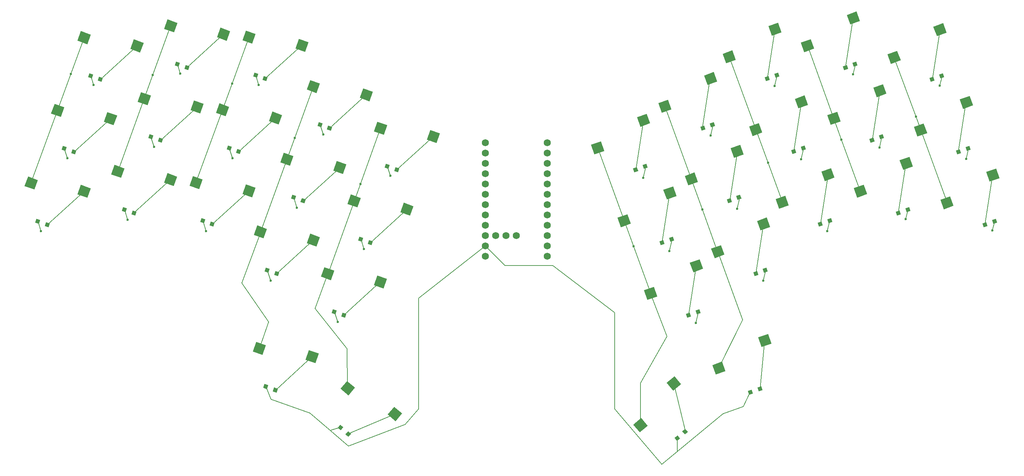
<source format=gbr>
%TF.GenerationSoftware,KiCad,Pcbnew,(5.1.10-1-10_14)*%
%TF.CreationDate,2021-09-30T22:11:02+08:00*%
%TF.ProjectId,k34,6b33342e-6b69-4636-9164-5f7063625858,rev?*%
%TF.SameCoordinates,Original*%
%TF.FileFunction,Copper,L2,Bot*%
%TF.FilePolarity,Positive*%
%FSLAX46Y46*%
G04 Gerber Fmt 4.6, Leading zero omitted, Abs format (unit mm)*
G04 Created by KiCad (PCBNEW (5.1.10-1-10_14)) date 2021-09-30 22:11:02*
%MOMM*%
%LPD*%
G01*
G04 APERTURE LIST*
%TA.AperFunction,SMDPad,CuDef*%
%ADD10C,0.100000*%
%TD*%
%TA.AperFunction,ComponentPad*%
%ADD11C,1.752600*%
%TD*%
%TA.AperFunction,ViaPad*%
%ADD12C,0.600000*%
%TD*%
%TA.AperFunction,Conductor*%
%ADD13C,0.200000*%
%TD*%
G04 APERTURE END LIST*
%TA.AperFunction,SMDPad,CuDef*%
D10*
%TO.P,D1,1*%
%TO.N,/row0*%
G36*
X34184528Y-44871311D02*
G01*
X34526548Y-43931619D01*
X35466240Y-44273639D01*
X35124220Y-45213331D01*
X34184528Y-44871311D01*
G37*
%TD.AperFunction*%
%TA.AperFunction,SMDPad,CuDef*%
%TO.P,D1,2*%
%TO.N,Net-(D1-Pad2)*%
G36*
X36533760Y-45726361D02*
G01*
X36875780Y-44786669D01*
X37815472Y-45128689D01*
X37473452Y-46068381D01*
X36533760Y-45726361D01*
G37*
%TD.AperFunction*%
%TD*%
%TA.AperFunction,SMDPad,CuDef*%
%TO.P,D2,1*%
%TO.N,/row0*%
G36*
X55505873Y-41989868D02*
G01*
X55847893Y-41050176D01*
X56787585Y-41392196D01*
X56445565Y-42331888D01*
X55505873Y-41989868D01*
G37*
%TD.AperFunction*%
%TA.AperFunction,SMDPad,CuDef*%
%TO.P,D2,2*%
%TO.N,Net-(D2-Pad2)*%
G36*
X57855105Y-42844918D02*
G01*
X58197125Y-41905226D01*
X59136817Y-42247246D01*
X58794797Y-43186938D01*
X57855105Y-42844918D01*
G37*
%TD.AperFunction*%
%TD*%
%TA.AperFunction,SMDPad,CuDef*%
%TO.P,D3,1*%
%TO.N,/row0*%
G36*
X74775098Y-44746581D02*
G01*
X75117118Y-43806889D01*
X76056810Y-44148909D01*
X75714790Y-45088601D01*
X74775098Y-44746581D01*
G37*
%TD.AperFunction*%
%TA.AperFunction,SMDPad,CuDef*%
%TO.P,D3,2*%
%TO.N,Net-(D3-Pad2)*%
G36*
X77124330Y-45601631D02*
G01*
X77466350Y-44661939D01*
X78406042Y-45003959D01*
X78064022Y-45943651D01*
X77124330Y-45601631D01*
G37*
%TD.AperFunction*%
%TD*%
%TA.AperFunction,SMDPad,CuDef*%
%TO.P,D4,1*%
%TO.N,/row0*%
G36*
X90624122Y-56900221D02*
G01*
X90966142Y-55960529D01*
X91905834Y-56302549D01*
X91563814Y-57242241D01*
X90624122Y-56900221D01*
G37*
%TD.AperFunction*%
%TA.AperFunction,SMDPad,CuDef*%
%TO.P,D4,2*%
%TO.N,Net-(D4-Pad2)*%
G36*
X92973354Y-57755271D02*
G01*
X93315374Y-56815579D01*
X94255066Y-57157599D01*
X93913046Y-58097291D01*
X92973354Y-57755271D01*
G37*
%TD.AperFunction*%
%TD*%
%TA.AperFunction,SMDPad,CuDef*%
%TO.P,D5,1*%
%TO.N,/row0*%
G36*
X107157186Y-67174475D02*
G01*
X107499206Y-66234783D01*
X108438898Y-66576803D01*
X108096878Y-67516495D01*
X107157186Y-67174475D01*
G37*
%TD.AperFunction*%
%TA.AperFunction,SMDPad,CuDef*%
%TO.P,D5,2*%
%TO.N,Net-(D5-Pad2)*%
G36*
X109506418Y-68029525D02*
G01*
X109848438Y-67089833D01*
X110788130Y-67431853D01*
X110446110Y-68371545D01*
X109506418Y-68029525D01*
G37*
%TD.AperFunction*%
%TD*%
%TA.AperFunction,SMDPad,CuDef*%
%TO.P,D6,1*%
%TO.N,/row0*%
G36*
X171611093Y-66234783D02*
G01*
X171953113Y-67174475D01*
X171013421Y-67516495D01*
X170671401Y-66576803D01*
X171611093Y-66234783D01*
G37*
%TD.AperFunction*%
%TA.AperFunction,SMDPad,CuDef*%
%TO.P,D6,2*%
%TO.N,Net-(D6-Pad2)*%
G36*
X169261861Y-67089833D02*
G01*
X169603881Y-68029525D01*
X168664189Y-68371545D01*
X168322169Y-67431853D01*
X169261861Y-67089833D01*
G37*
%TD.AperFunction*%
%TD*%
%TA.AperFunction,SMDPad,CuDef*%
%TO.P,D7,1*%
%TO.N,/row0*%
G36*
X188144157Y-55960529D02*
G01*
X188486177Y-56900221D01*
X187546485Y-57242241D01*
X187204465Y-56302549D01*
X188144157Y-55960529D01*
G37*
%TD.AperFunction*%
%TA.AperFunction,SMDPad,CuDef*%
%TO.P,D7,2*%
%TO.N,Net-(D7-Pad2)*%
G36*
X185794925Y-56815579D02*
G01*
X186136945Y-57755271D01*
X185197253Y-58097291D01*
X184855233Y-57157599D01*
X185794925Y-56815579D01*
G37*
%TD.AperFunction*%
%TD*%
%TA.AperFunction,SMDPad,CuDef*%
%TO.P,D8,1*%
%TO.N,/row0*%
G36*
X203993180Y-43806889D02*
G01*
X204335200Y-44746581D01*
X203395508Y-45088601D01*
X203053488Y-44148909D01*
X203993180Y-43806889D01*
G37*
%TD.AperFunction*%
%TA.AperFunction,SMDPad,CuDef*%
%TO.P,D8,2*%
%TO.N,Net-(D8-Pad2)*%
G36*
X201643948Y-44661939D02*
G01*
X201985968Y-45601631D01*
X201046276Y-45943651D01*
X200704256Y-45003959D01*
X201643948Y-44661939D01*
G37*
%TD.AperFunction*%
%TD*%
%TA.AperFunction,SMDPad,CuDef*%
%TO.P,D9,1*%
%TO.N,/row0*%
G36*
X223262405Y-41050176D02*
G01*
X223604425Y-41989868D01*
X222664733Y-42331888D01*
X222322713Y-41392196D01*
X223262405Y-41050176D01*
G37*
%TD.AperFunction*%
%TA.AperFunction,SMDPad,CuDef*%
%TO.P,D9,2*%
%TO.N,Net-(D9-Pad2)*%
G36*
X220913173Y-41905226D02*
G01*
X221255193Y-42844918D01*
X220315501Y-43186938D01*
X219973481Y-42247246D01*
X220913173Y-41905226D01*
G37*
%TD.AperFunction*%
%TD*%
%TA.AperFunction,SMDPad,CuDef*%
%TO.P,D10,1*%
%TO.N,/row0*%
G36*
X244583751Y-43931619D02*
G01*
X244925771Y-44871311D01*
X243986079Y-45213331D01*
X243644059Y-44273639D01*
X244583751Y-43931619D01*
G37*
%TD.AperFunction*%
%TA.AperFunction,SMDPad,CuDef*%
%TO.P,D10,2*%
%TO.N,Net-(D10-Pad2)*%
G36*
X242234519Y-44786669D02*
G01*
X242576539Y-45726361D01*
X241636847Y-46068381D01*
X241294827Y-45128689D01*
X242234519Y-44786669D01*
G37*
%TD.AperFunction*%
%TD*%
%TA.AperFunction,SMDPad,CuDef*%
%TO.P,D11,1*%
%TO.N,/row1*%
G36*
X27669044Y-62772455D02*
G01*
X28011064Y-61832763D01*
X28950756Y-62174783D01*
X28608736Y-63114475D01*
X27669044Y-62772455D01*
G37*
%TD.AperFunction*%
%TA.AperFunction,SMDPad,CuDef*%
%TO.P,D11,2*%
%TO.N,Net-(D11-Pad2)*%
G36*
X30018276Y-63627505D02*
G01*
X30360296Y-62687813D01*
X31299988Y-63029833D01*
X30957968Y-63969525D01*
X30018276Y-63627505D01*
G37*
%TD.AperFunction*%
%TD*%
%TA.AperFunction,SMDPad,CuDef*%
%TO.P,D12,1*%
%TO.N,/row1*%
G36*
X48990390Y-59891012D02*
G01*
X49332410Y-58951320D01*
X50272102Y-59293340D01*
X49930082Y-60233032D01*
X48990390Y-59891012D01*
G37*
%TD.AperFunction*%
%TA.AperFunction,SMDPad,CuDef*%
%TO.P,D12,2*%
%TO.N,Net-(D12-Pad2)*%
G36*
X51339622Y-60746062D02*
G01*
X51681642Y-59806370D01*
X52621334Y-60148390D01*
X52279314Y-61088082D01*
X51339622Y-60746062D01*
G37*
%TD.AperFunction*%
%TD*%
%TA.AperFunction,SMDPad,CuDef*%
%TO.P,D13,1*%
%TO.N,/row1*%
G36*
X68259615Y-62647726D02*
G01*
X68601635Y-61708034D01*
X69541327Y-62050054D01*
X69199307Y-62989746D01*
X68259615Y-62647726D01*
G37*
%TD.AperFunction*%
%TA.AperFunction,SMDPad,CuDef*%
%TO.P,D13,2*%
%TO.N,Net-(D13-Pad2)*%
G36*
X70608847Y-63502776D02*
G01*
X70950867Y-62563084D01*
X71890559Y-62905104D01*
X71548539Y-63844796D01*
X70608847Y-63502776D01*
G37*
%TD.AperFunction*%
%TD*%
%TA.AperFunction,SMDPad,CuDef*%
%TO.P,D14,1*%
%TO.N,/row1*%
G36*
X84108638Y-74801365D02*
G01*
X84450658Y-73861673D01*
X85390350Y-74203693D01*
X85048330Y-75143385D01*
X84108638Y-74801365D01*
G37*
%TD.AperFunction*%
%TA.AperFunction,SMDPad,CuDef*%
%TO.P,D14,2*%
%TO.N,Net-(D14-Pad2)*%
G36*
X86457870Y-75656415D02*
G01*
X86799890Y-74716723D01*
X87739582Y-75058743D01*
X87397562Y-75998435D01*
X86457870Y-75656415D01*
G37*
%TD.AperFunction*%
%TD*%
%TA.AperFunction,SMDPad,CuDef*%
%TO.P,D15,1*%
%TO.N,/row1*%
G36*
X100641702Y-85075619D02*
G01*
X100983722Y-84135927D01*
X101923414Y-84477947D01*
X101581394Y-85417639D01*
X100641702Y-85075619D01*
G37*
%TD.AperFunction*%
%TA.AperFunction,SMDPad,CuDef*%
%TO.P,D15,2*%
%TO.N,Net-(D15-Pad2)*%
G36*
X102990934Y-85930669D02*
G01*
X103332954Y-84990977D01*
X104272646Y-85332997D01*
X103930626Y-86272689D01*
X102990934Y-85930669D01*
G37*
%TD.AperFunction*%
%TD*%
%TA.AperFunction,SMDPad,CuDef*%
%TO.P,D16,1*%
%TO.N,/row1*%
G36*
X178126577Y-84135927D02*
G01*
X178468597Y-85075619D01*
X177528905Y-85417639D01*
X177186885Y-84477947D01*
X178126577Y-84135927D01*
G37*
%TD.AperFunction*%
%TA.AperFunction,SMDPad,CuDef*%
%TO.P,D16,2*%
%TO.N,Net-(D16-Pad2)*%
G36*
X175777345Y-84990977D02*
G01*
X176119365Y-85930669D01*
X175179673Y-86272689D01*
X174837653Y-85332997D01*
X175777345Y-84990977D01*
G37*
%TD.AperFunction*%
%TD*%
%TA.AperFunction,SMDPad,CuDef*%
%TO.P,D17,1*%
%TO.N,/row1*%
G36*
X194659641Y-73861673D02*
G01*
X195001661Y-74801365D01*
X194061969Y-75143385D01*
X193719949Y-74203693D01*
X194659641Y-73861673D01*
G37*
%TD.AperFunction*%
%TA.AperFunction,SMDPad,CuDef*%
%TO.P,D17,2*%
%TO.N,Net-(D17-Pad2)*%
G36*
X192310409Y-74716723D02*
G01*
X192652429Y-75656415D01*
X191712737Y-75998435D01*
X191370717Y-75058743D01*
X192310409Y-74716723D01*
G37*
%TD.AperFunction*%
%TD*%
%TA.AperFunction,SMDPad,CuDef*%
%TO.P,D18,2*%
%TO.N,Net-(D18-Pad2)*%
G36*
X208159432Y-62563084D02*
G01*
X208501452Y-63502776D01*
X207561760Y-63844796D01*
X207219740Y-62905104D01*
X208159432Y-62563084D01*
G37*
%TD.AperFunction*%
%TA.AperFunction,SMDPad,CuDef*%
%TO.P,D18,1*%
%TO.N,/row1*%
G36*
X210508664Y-61708034D02*
G01*
X210850684Y-62647726D01*
X209910992Y-62989746D01*
X209568972Y-62050054D01*
X210508664Y-61708034D01*
G37*
%TD.AperFunction*%
%TD*%
%TA.AperFunction,SMDPad,CuDef*%
%TO.P,D19,2*%
%TO.N,Net-(D19-Pad2)*%
G36*
X227428657Y-59806370D02*
G01*
X227770677Y-60746062D01*
X226830985Y-61088082D01*
X226488965Y-60148390D01*
X227428657Y-59806370D01*
G37*
%TD.AperFunction*%
%TA.AperFunction,SMDPad,CuDef*%
%TO.P,D19,1*%
%TO.N,/row1*%
G36*
X229777889Y-58951320D02*
G01*
X230119909Y-59891012D01*
X229180217Y-60233032D01*
X228838197Y-59293340D01*
X229777889Y-58951320D01*
G37*
%TD.AperFunction*%
%TD*%
%TA.AperFunction,SMDPad,CuDef*%
%TO.P,D20,2*%
%TO.N,Net-(D20-Pad2)*%
G36*
X248750003Y-62687813D02*
G01*
X249092023Y-63627505D01*
X248152331Y-63969525D01*
X247810311Y-63029833D01*
X248750003Y-62687813D01*
G37*
%TD.AperFunction*%
%TA.AperFunction,SMDPad,CuDef*%
%TO.P,D20,1*%
%TO.N,/row1*%
G36*
X251099235Y-61832763D02*
G01*
X251441255Y-62772455D01*
X250501563Y-63114475D01*
X250159543Y-62174783D01*
X251099235Y-61832763D01*
G37*
%TD.AperFunction*%
%TD*%
%TA.AperFunction,SMDPad,CuDef*%
%TO.P,D21,2*%
%TO.N,Net-(D21-Pad2)*%
G36*
X23502792Y-81528649D02*
G01*
X23844812Y-80588957D01*
X24784504Y-80930977D01*
X24442484Y-81870669D01*
X23502792Y-81528649D01*
G37*
%TD.AperFunction*%
%TA.AperFunction,SMDPad,CuDef*%
%TO.P,D21,1*%
%TO.N,/row2*%
G36*
X21153560Y-80673599D02*
G01*
X21495580Y-79733907D01*
X22435272Y-80075927D01*
X22093252Y-81015619D01*
X21153560Y-80673599D01*
G37*
%TD.AperFunction*%
%TD*%
%TA.AperFunction,SMDPad,CuDef*%
%TO.P,D22,2*%
%TO.N,Net-(D22-Pad2)*%
G36*
X44824138Y-78647207D02*
G01*
X45166158Y-77707515D01*
X46105850Y-78049535D01*
X45763830Y-78989227D01*
X44824138Y-78647207D01*
G37*
%TD.AperFunction*%
%TA.AperFunction,SMDPad,CuDef*%
%TO.P,D22,1*%
%TO.N,/row2*%
G36*
X42474906Y-77792157D02*
G01*
X42816926Y-76852465D01*
X43756618Y-77194485D01*
X43414598Y-78134177D01*
X42474906Y-77792157D01*
G37*
%TD.AperFunction*%
%TD*%
%TA.AperFunction,SMDPad,CuDef*%
%TO.P,D23,2*%
%TO.N,Net-(D23-Pad2)*%
G36*
X64093363Y-81403920D02*
G01*
X64435383Y-80464228D01*
X65375075Y-80806248D01*
X65033055Y-81745940D01*
X64093363Y-81403920D01*
G37*
%TD.AperFunction*%
%TA.AperFunction,SMDPad,CuDef*%
%TO.P,D23,1*%
%TO.N,/row2*%
G36*
X61744131Y-80548870D02*
G01*
X62086151Y-79609178D01*
X63025843Y-79951198D01*
X62683823Y-80890890D01*
X61744131Y-80548870D01*
G37*
%TD.AperFunction*%
%TD*%
%TA.AperFunction,SMDPad,CuDef*%
%TO.P,D24,2*%
%TO.N,Net-(D24-Pad2)*%
G36*
X79942386Y-93557560D02*
G01*
X80284406Y-92617868D01*
X81224098Y-92959888D01*
X80882078Y-93899580D01*
X79942386Y-93557560D01*
G37*
%TD.AperFunction*%
%TA.AperFunction,SMDPad,CuDef*%
%TO.P,D24,1*%
%TO.N,/row2*%
G36*
X77593154Y-92702510D02*
G01*
X77935174Y-91762818D01*
X78874866Y-92104838D01*
X78532846Y-93044530D01*
X77593154Y-92702510D01*
G37*
%TD.AperFunction*%
%TD*%
%TA.AperFunction,SMDPad,CuDef*%
%TO.P,D25,2*%
%TO.N,Net-(D25-Pad2)*%
G36*
X96475450Y-103831814D02*
G01*
X96817470Y-102892122D01*
X97757162Y-103234142D01*
X97415142Y-104173834D01*
X96475450Y-103831814D01*
G37*
%TD.AperFunction*%
%TA.AperFunction,SMDPad,CuDef*%
%TO.P,D25,1*%
%TO.N,/row2*%
G36*
X94126218Y-102976764D02*
G01*
X94468238Y-102037072D01*
X95407930Y-102379092D01*
X95065910Y-103318784D01*
X94126218Y-102976764D01*
G37*
%TD.AperFunction*%
%TD*%
%TA.AperFunction,SMDPad,CuDef*%
%TO.P,D26,2*%
%TO.N,Net-(D26-Pad2)*%
G36*
X182292829Y-102892122D02*
G01*
X182634849Y-103831814D01*
X181695157Y-104173834D01*
X181353137Y-103234142D01*
X182292829Y-102892122D01*
G37*
%TD.AperFunction*%
%TA.AperFunction,SMDPad,CuDef*%
%TO.P,D26,1*%
%TO.N,/row2*%
G36*
X184642061Y-102037072D02*
G01*
X184984081Y-102976764D01*
X184044389Y-103318784D01*
X183702369Y-102379092D01*
X184642061Y-102037072D01*
G37*
%TD.AperFunction*%
%TD*%
%TA.AperFunction,SMDPad,CuDef*%
%TO.P,D27,2*%
%TO.N,Net-(D27-Pad2)*%
G36*
X198825892Y-92617868D02*
G01*
X199167912Y-93557560D01*
X198228220Y-93899580D01*
X197886200Y-92959888D01*
X198825892Y-92617868D01*
G37*
%TD.AperFunction*%
%TA.AperFunction,SMDPad,CuDef*%
%TO.P,D27,1*%
%TO.N,/row2*%
G36*
X201175124Y-91762818D02*
G01*
X201517144Y-92702510D01*
X200577452Y-93044530D01*
X200235432Y-92104838D01*
X201175124Y-91762818D01*
G37*
%TD.AperFunction*%
%TD*%
%TA.AperFunction,SMDPad,CuDef*%
%TO.P,D28,2*%
%TO.N,Net-(D28-Pad2)*%
G36*
X214674916Y-80464228D02*
G01*
X215016936Y-81403920D01*
X214077244Y-81745940D01*
X213735224Y-80806248D01*
X214674916Y-80464228D01*
G37*
%TD.AperFunction*%
%TA.AperFunction,SMDPad,CuDef*%
%TO.P,D28,1*%
%TO.N,/row2*%
G36*
X217024148Y-79609178D02*
G01*
X217366168Y-80548870D01*
X216426476Y-80890890D01*
X216084456Y-79951198D01*
X217024148Y-79609178D01*
G37*
%TD.AperFunction*%
%TD*%
%TA.AperFunction,SMDPad,CuDef*%
%TO.P,D29,2*%
%TO.N,Net-(D29-Pad2)*%
G36*
X233944141Y-77707515D02*
G01*
X234286161Y-78647207D01*
X233346469Y-78989227D01*
X233004449Y-78049535D01*
X233944141Y-77707515D01*
G37*
%TD.AperFunction*%
%TA.AperFunction,SMDPad,CuDef*%
%TO.P,D29,1*%
%TO.N,/row2*%
G36*
X236293373Y-76852465D02*
G01*
X236635393Y-77792157D01*
X235695701Y-78134177D01*
X235353681Y-77194485D01*
X236293373Y-76852465D01*
G37*
%TD.AperFunction*%
%TD*%
%TA.AperFunction,SMDPad,CuDef*%
%TO.P,D30,2*%
%TO.N,Net-(D30-Pad2)*%
G36*
X255265487Y-80588957D02*
G01*
X255607507Y-81528649D01*
X254667815Y-81870669D01*
X254325795Y-80930977D01*
X255265487Y-80588957D01*
G37*
%TD.AperFunction*%
%TA.AperFunction,SMDPad,CuDef*%
%TO.P,D30,1*%
%TO.N,/row2*%
G36*
X257614719Y-79733907D02*
G01*
X257956739Y-80673599D01*
X257017047Y-81015619D01*
X256675027Y-80075927D01*
X257614719Y-79733907D01*
G37*
%TD.AperFunction*%
%TD*%
%TA.AperFunction,SMDPad,CuDef*%
%TO.P,D31,2*%
%TO.N,Net-(D31-Pad2)*%
G36*
X79641314Y-122233987D02*
G01*
X79983334Y-121294295D01*
X80923026Y-121636315D01*
X80581006Y-122576007D01*
X79641314Y-122233987D01*
G37*
%TD.AperFunction*%
%TA.AperFunction,SMDPad,CuDef*%
%TO.P,D31,1*%
%TO.N,/row3*%
G36*
X77292082Y-121378937D02*
G01*
X77634102Y-120439245D01*
X78573794Y-120781265D01*
X78231774Y-121720957D01*
X77292082Y-121378937D01*
G37*
%TD.AperFunction*%
%TD*%
%TA.AperFunction,SMDPad,CuDef*%
%TO.P,D32,1*%
%TO.N,/row3*%
G36*
X95620028Y-131211143D02*
G01*
X96262816Y-130445099D01*
X97028860Y-131087887D01*
X96386072Y-131853931D01*
X95620028Y-131211143D01*
G37*
%TD.AperFunction*%
%TA.AperFunction,SMDPad,CuDef*%
%TO.P,D32,2*%
%TO.N,Net-(D32-Pad2)*%
G36*
X97535140Y-132818113D02*
G01*
X98177928Y-132052069D01*
X98943972Y-132694857D01*
X98301184Y-133460901D01*
X97535140Y-132818113D01*
G37*
%TD.AperFunction*%
%TD*%
%TA.AperFunction,SMDPad,CuDef*%
%TO.P,D33,2*%
%TO.N,Net-(D33-Pad2)*%
G36*
X181076685Y-132879882D02*
G01*
X180433897Y-132113838D01*
X181199941Y-131471050D01*
X181842729Y-132237094D01*
X181076685Y-132879882D01*
G37*
%TD.AperFunction*%
%TA.AperFunction,SMDPad,CuDef*%
%TO.P,D33,1*%
%TO.N,/row3*%
G36*
X179161573Y-134486852D02*
G01*
X178518785Y-133720808D01*
X179284829Y-133078020D01*
X179927617Y-133844064D01*
X179161573Y-134486852D01*
G37*
%TD.AperFunction*%
%TD*%
%TA.AperFunction,SMDPad,CuDef*%
%TO.P,D34,2*%
%TO.N,Net-(D34-Pad2)*%
G36*
X199249780Y-122260331D02*
G01*
X198907760Y-121320639D01*
X199847452Y-120978619D01*
X200189472Y-121918311D01*
X199249780Y-122260331D01*
G37*
%TD.AperFunction*%
%TA.AperFunction,SMDPad,CuDef*%
%TO.P,D34,1*%
%TO.N,/row3*%
G36*
X196900548Y-123115381D02*
G01*
X196558528Y-122175689D01*
X197498220Y-121833669D01*
X197840240Y-122773361D01*
X196900548Y-123115381D01*
G37*
%TD.AperFunction*%
%TD*%
%TA.AperFunction,SMDPad,CuDef*%
%TO.P,MX1,1*%
%TO.N,/col0*%
G36*
X31585376Y-35928508D02*
G01*
X32440426Y-33579277D01*
X34836642Y-34451428D01*
X33981592Y-36800659D01*
X31585376Y-35928508D01*
G37*
%TD.AperFunction*%
%TA.AperFunction,SMDPad,CuDef*%
%TO.P,MX1,2*%
%TO.N,Net-(D1-Pad2)*%
G36*
X44601514Y-37962983D02*
G01*
X45456564Y-35613752D01*
X47852780Y-36485903D01*
X46997730Y-38835134D01*
X44601514Y-37962983D01*
G37*
%TD.AperFunction*%
%TD*%
%TA.AperFunction,SMDPad,CuDef*%
%TO.P,MX2,1*%
%TO.N,/col1*%
G36*
X52906721Y-33047065D02*
G01*
X53761771Y-30697834D01*
X56157987Y-31569985D01*
X55302937Y-33919216D01*
X52906721Y-33047065D01*
G37*
%TD.AperFunction*%
%TA.AperFunction,SMDPad,CuDef*%
%TO.P,MX2,2*%
%TO.N,Net-(D2-Pad2)*%
G36*
X65922859Y-35081540D02*
G01*
X66777909Y-32732309D01*
X69174125Y-33604460D01*
X68319075Y-35953691D01*
X65922859Y-35081540D01*
G37*
%TD.AperFunction*%
%TD*%
%TA.AperFunction,SMDPad,CuDef*%
%TO.P,MX3,1*%
%TO.N,/col2*%
G36*
X72175946Y-35803778D02*
G01*
X73030996Y-33454547D01*
X75427212Y-34326698D01*
X74572162Y-36675929D01*
X72175946Y-35803778D01*
G37*
%TD.AperFunction*%
%TA.AperFunction,SMDPad,CuDef*%
%TO.P,MX3,2*%
%TO.N,Net-(D3-Pad2)*%
G36*
X85192084Y-37838253D02*
G01*
X86047134Y-35489022D01*
X88443350Y-36361173D01*
X87588300Y-38710404D01*
X85192084Y-37838253D01*
G37*
%TD.AperFunction*%
%TD*%
%TA.AperFunction,SMDPad,CuDef*%
%TO.P,MX4,1*%
%TO.N,/col3*%
G36*
X88024970Y-47957418D02*
G01*
X88880020Y-45608187D01*
X91276236Y-46480338D01*
X90421186Y-48829569D01*
X88024970Y-47957418D01*
G37*
%TD.AperFunction*%
%TA.AperFunction,SMDPad,CuDef*%
%TO.P,MX4,2*%
%TO.N,Net-(D4-Pad2)*%
G36*
X101041108Y-49991893D02*
G01*
X101896158Y-47642662D01*
X104292374Y-48514813D01*
X103437324Y-50864044D01*
X101041108Y-49991893D01*
G37*
%TD.AperFunction*%
%TD*%
%TA.AperFunction,SMDPad,CuDef*%
%TO.P,MX5,1*%
%TO.N,/col4*%
G36*
X104558034Y-58231672D02*
G01*
X105413084Y-55882441D01*
X107809300Y-56754592D01*
X106954250Y-59103823D01*
X104558034Y-58231672D01*
G37*
%TD.AperFunction*%
%TA.AperFunction,SMDPad,CuDef*%
%TO.P,MX5,2*%
%TO.N,Net-(D5-Pad2)*%
G36*
X117574172Y-60266147D02*
G01*
X118429222Y-57916916D01*
X120825438Y-58789067D01*
X119970388Y-61138298D01*
X117574172Y-60266147D01*
G37*
%TD.AperFunction*%
%TD*%
%TA.AperFunction,SMDPad,CuDef*%
%TO.P,MX6,1*%
%TO.N,/col5*%
G36*
X158840605Y-63950248D02*
G01*
X157985555Y-61601017D01*
X160381771Y-60728866D01*
X161236821Y-63078097D01*
X158840605Y-63950248D01*
G37*
%TD.AperFunction*%
%TA.AperFunction,SMDPad,CuDef*%
%TO.P,MX6,2*%
%TO.N,Net-(D6-Pad2)*%
G36*
X170119280Y-57142135D02*
G01*
X169264230Y-54792904D01*
X171660446Y-53920753D01*
X172515496Y-56269984D01*
X170119280Y-57142135D01*
G37*
%TD.AperFunction*%
%TD*%
%TA.AperFunction,SMDPad,CuDef*%
%TO.P,MX7,1*%
%TO.N,/col6*%
G36*
X175373669Y-53675994D02*
G01*
X174518619Y-51326763D01*
X176914835Y-50454612D01*
X177769885Y-52803843D01*
X175373669Y-53675994D01*
G37*
%TD.AperFunction*%
%TA.AperFunction,SMDPad,CuDef*%
%TO.P,MX7,2*%
%TO.N,Net-(D7-Pad2)*%
G36*
X186652344Y-46867881D02*
G01*
X185797294Y-44518650D01*
X188193510Y-43646499D01*
X189048560Y-45995730D01*
X186652344Y-46867881D01*
G37*
%TD.AperFunction*%
%TD*%
%TA.AperFunction,SMDPad,CuDef*%
%TO.P,MX8,1*%
%TO.N,/col7*%
G36*
X191222692Y-41522354D02*
G01*
X190367642Y-39173123D01*
X192763858Y-38300972D01*
X193618908Y-40650203D01*
X191222692Y-41522354D01*
G37*
%TD.AperFunction*%
%TA.AperFunction,SMDPad,CuDef*%
%TO.P,MX8,2*%
%TO.N,Net-(D8-Pad2)*%
G36*
X202501367Y-34714241D02*
G01*
X201646317Y-32365010D01*
X204042533Y-31492859D01*
X204897583Y-33842090D01*
X202501367Y-34714241D01*
G37*
%TD.AperFunction*%
%TD*%
%TA.AperFunction,SMDPad,CuDef*%
%TO.P,MX9,1*%
%TO.N,/col8*%
G36*
X210491917Y-38765641D02*
G01*
X209636867Y-36416410D01*
X212033083Y-35544259D01*
X212888133Y-37893490D01*
X210491917Y-38765641D01*
G37*
%TD.AperFunction*%
%TA.AperFunction,SMDPad,CuDef*%
%TO.P,MX9,2*%
%TO.N,Net-(D9-Pad2)*%
G36*
X221770592Y-31957528D02*
G01*
X220915542Y-29608297D01*
X223311758Y-28736146D01*
X224166808Y-31085377D01*
X221770592Y-31957528D01*
G37*
%TD.AperFunction*%
%TD*%
%TA.AperFunction,SMDPad,CuDef*%
%TO.P,MX10,1*%
%TO.N,/col9*%
G36*
X231813263Y-41647084D02*
G01*
X230958213Y-39297853D01*
X233354429Y-38425702D01*
X234209479Y-40774933D01*
X231813263Y-41647084D01*
G37*
%TD.AperFunction*%
%TA.AperFunction,SMDPad,CuDef*%
%TO.P,MX10,2*%
%TO.N,Net-(D10-Pad2)*%
G36*
X243091938Y-34838971D02*
G01*
X242236888Y-32489740D01*
X244633104Y-31617589D01*
X245488154Y-33966820D01*
X243091938Y-34838971D01*
G37*
%TD.AperFunction*%
%TD*%
%TA.AperFunction,SMDPad,CuDef*%
%TO.P,MX11,1*%
%TO.N,/col0*%
G36*
X25069892Y-53829652D02*
G01*
X25924942Y-51480421D01*
X28321158Y-52352572D01*
X27466108Y-54701803D01*
X25069892Y-53829652D01*
G37*
%TD.AperFunction*%
%TA.AperFunction,SMDPad,CuDef*%
%TO.P,MX11,2*%
%TO.N,Net-(D11-Pad2)*%
G36*
X38086030Y-55864127D02*
G01*
X38941080Y-53514896D01*
X41337296Y-54387047D01*
X40482246Y-56736278D01*
X38086030Y-55864127D01*
G37*
%TD.AperFunction*%
%TD*%
%TA.AperFunction,SMDPad,CuDef*%
%TO.P,MX12,1*%
%TO.N,/col1*%
G36*
X46391238Y-50948209D02*
G01*
X47246288Y-48598978D01*
X49642504Y-49471129D01*
X48787454Y-51820360D01*
X46391238Y-50948209D01*
G37*
%TD.AperFunction*%
%TA.AperFunction,SMDPad,CuDef*%
%TO.P,MX12,2*%
%TO.N,Net-(D12-Pad2)*%
G36*
X59407376Y-52982684D02*
G01*
X60262426Y-50633453D01*
X62658642Y-51505604D01*
X61803592Y-53854835D01*
X59407376Y-52982684D01*
G37*
%TD.AperFunction*%
%TD*%
%TA.AperFunction,SMDPad,CuDef*%
%TO.P,MX13,1*%
%TO.N,/col2*%
G36*
X65660463Y-53704923D02*
G01*
X66515513Y-51355692D01*
X68911729Y-52227843D01*
X68056679Y-54577074D01*
X65660463Y-53704923D01*
G37*
%TD.AperFunction*%
%TA.AperFunction,SMDPad,CuDef*%
%TO.P,MX13,2*%
%TO.N,Net-(D13-Pad2)*%
G36*
X78676601Y-55739398D02*
G01*
X79531651Y-53390167D01*
X81927867Y-54262318D01*
X81072817Y-56611549D01*
X78676601Y-55739398D01*
G37*
%TD.AperFunction*%
%TD*%
%TA.AperFunction,SMDPad,CuDef*%
%TO.P,MX14,1*%
%TO.N,/col3*%
G36*
X81509486Y-65858562D02*
G01*
X82364536Y-63509331D01*
X84760752Y-64381482D01*
X83905702Y-66730713D01*
X81509486Y-65858562D01*
G37*
%TD.AperFunction*%
%TA.AperFunction,SMDPad,CuDef*%
%TO.P,MX14,2*%
%TO.N,Net-(D14-Pad2)*%
G36*
X94525624Y-67893037D02*
G01*
X95380674Y-65543806D01*
X97776890Y-66415957D01*
X96921840Y-68765188D01*
X94525624Y-67893037D01*
G37*
%TD.AperFunction*%
%TD*%
%TA.AperFunction,SMDPad,CuDef*%
%TO.P,MX15,1*%
%TO.N,/col4*%
G36*
X98042550Y-76132816D02*
G01*
X98897600Y-73783585D01*
X101293816Y-74655736D01*
X100438766Y-77004967D01*
X98042550Y-76132816D01*
G37*
%TD.AperFunction*%
%TA.AperFunction,SMDPad,CuDef*%
%TO.P,MX15,2*%
%TO.N,Net-(D15-Pad2)*%
G36*
X111058688Y-78167291D02*
G01*
X111913738Y-75818060D01*
X114309954Y-76690211D01*
X113454904Y-79039442D01*
X111058688Y-78167291D01*
G37*
%TD.AperFunction*%
%TD*%
%TA.AperFunction,SMDPad,CuDef*%
%TO.P,MX16,1*%
%TO.N,/col5*%
G36*
X165356089Y-81851392D02*
G01*
X164501039Y-79502161D01*
X166897255Y-78630010D01*
X167752305Y-80979241D01*
X165356089Y-81851392D01*
G37*
%TD.AperFunction*%
%TA.AperFunction,SMDPad,CuDef*%
%TO.P,MX16,2*%
%TO.N,Net-(D16-Pad2)*%
G36*
X176634764Y-75043279D02*
G01*
X175779714Y-72694048D01*
X178175930Y-71821897D01*
X179030980Y-74171128D01*
X176634764Y-75043279D01*
G37*
%TD.AperFunction*%
%TD*%
%TA.AperFunction,SMDPad,CuDef*%
%TO.P,MX17,1*%
%TO.N,/col6*%
G36*
X181889153Y-71577138D02*
G01*
X181034103Y-69227907D01*
X183430319Y-68355756D01*
X184285369Y-70704987D01*
X181889153Y-71577138D01*
G37*
%TD.AperFunction*%
%TA.AperFunction,SMDPad,CuDef*%
%TO.P,MX17,2*%
%TO.N,Net-(D17-Pad2)*%
G36*
X193167828Y-64769025D02*
G01*
X192312778Y-62419794D01*
X194708994Y-61547643D01*
X195564044Y-63896874D01*
X193167828Y-64769025D01*
G37*
%TD.AperFunction*%
%TD*%
%TA.AperFunction,SMDPad,CuDef*%
%TO.P,MX18,2*%
%TO.N,Net-(D18-Pad2)*%
G36*
X209016851Y-52615386D02*
G01*
X208161801Y-50266155D01*
X210558017Y-49394004D01*
X211413067Y-51743235D01*
X209016851Y-52615386D01*
G37*
%TD.AperFunction*%
%TA.AperFunction,SMDPad,CuDef*%
%TO.P,MX18,1*%
%TO.N,/col7*%
G36*
X197738176Y-59423499D02*
G01*
X196883126Y-57074268D01*
X199279342Y-56202117D01*
X200134392Y-58551348D01*
X197738176Y-59423499D01*
G37*
%TD.AperFunction*%
%TD*%
%TA.AperFunction,SMDPad,CuDef*%
%TO.P,MX19,2*%
%TO.N,Net-(D19-Pad2)*%
G36*
X228286076Y-49858672D02*
G01*
X227431026Y-47509441D01*
X229827242Y-46637290D01*
X230682292Y-48986521D01*
X228286076Y-49858672D01*
G37*
%TD.AperFunction*%
%TA.AperFunction,SMDPad,CuDef*%
%TO.P,MX19,1*%
%TO.N,/col8*%
G36*
X217007401Y-56666785D02*
G01*
X216152351Y-54317554D01*
X218548567Y-53445403D01*
X219403617Y-55794634D01*
X217007401Y-56666785D01*
G37*
%TD.AperFunction*%
%TD*%
%TA.AperFunction,SMDPad,CuDef*%
%TO.P,MX20,2*%
%TO.N,Net-(D20-Pad2)*%
G36*
X249607422Y-52740115D02*
G01*
X248752372Y-50390884D01*
X251148588Y-49518733D01*
X252003638Y-51867964D01*
X249607422Y-52740115D01*
G37*
%TD.AperFunction*%
%TA.AperFunction,SMDPad,CuDef*%
%TO.P,MX20,1*%
%TO.N,/col9*%
G36*
X238328747Y-59548228D02*
G01*
X237473697Y-57198997D01*
X239869913Y-56326846D01*
X240724963Y-58676077D01*
X238328747Y-59548228D01*
G37*
%TD.AperFunction*%
%TD*%
%TA.AperFunction,SMDPad,CuDef*%
%TO.P,MX21,2*%
%TO.N,Net-(D21-Pad2)*%
G36*
X31570546Y-73765271D02*
G01*
X32425596Y-71416040D01*
X34821812Y-72288191D01*
X33966762Y-74637422D01*
X31570546Y-73765271D01*
G37*
%TD.AperFunction*%
%TA.AperFunction,SMDPad,CuDef*%
%TO.P,MX21,1*%
%TO.N,/col0*%
G36*
X18554408Y-71730796D02*
G01*
X19409458Y-69381565D01*
X21805674Y-70253716D01*
X20950624Y-72602947D01*
X18554408Y-71730796D01*
G37*
%TD.AperFunction*%
%TD*%
%TA.AperFunction,SMDPad,CuDef*%
%TO.P,MX22,2*%
%TO.N,Net-(D22-Pad2)*%
G36*
X52891892Y-70883829D02*
G01*
X53746942Y-68534598D01*
X56143158Y-69406749D01*
X55288108Y-71755980D01*
X52891892Y-70883829D01*
G37*
%TD.AperFunction*%
%TA.AperFunction,SMDPad,CuDef*%
%TO.P,MX22,1*%
%TO.N,/col1*%
G36*
X39875754Y-68849354D02*
G01*
X40730804Y-66500123D01*
X43127020Y-67372274D01*
X42271970Y-69721505D01*
X39875754Y-68849354D01*
G37*
%TD.AperFunction*%
%TD*%
%TA.AperFunction,SMDPad,CuDef*%
%TO.P,MX23,2*%
%TO.N,Net-(D23-Pad2)*%
G36*
X72161117Y-73640542D02*
G01*
X73016167Y-71291311D01*
X75412383Y-72163462D01*
X74557333Y-74512693D01*
X72161117Y-73640542D01*
G37*
%TD.AperFunction*%
%TA.AperFunction,SMDPad,CuDef*%
%TO.P,MX23,1*%
%TO.N,/col2*%
G36*
X59144979Y-71606067D02*
G01*
X60000029Y-69256836D01*
X62396245Y-70128987D01*
X61541195Y-72478218D01*
X59144979Y-71606067D01*
G37*
%TD.AperFunction*%
%TD*%
%TA.AperFunction,SMDPad,CuDef*%
%TO.P,MX24,2*%
%TO.N,Net-(D24-Pad2)*%
G36*
X88010140Y-85794182D02*
G01*
X88865190Y-83444951D01*
X91261406Y-84317102D01*
X90406356Y-86666333D01*
X88010140Y-85794182D01*
G37*
%TD.AperFunction*%
%TA.AperFunction,SMDPad,CuDef*%
%TO.P,MX24,1*%
%TO.N,/col3*%
G36*
X74994002Y-83759707D02*
G01*
X75849052Y-81410476D01*
X78245268Y-82282627D01*
X77390218Y-84631858D01*
X74994002Y-83759707D01*
G37*
%TD.AperFunction*%
%TD*%
%TA.AperFunction,SMDPad,CuDef*%
%TO.P,MX25,2*%
%TO.N,Net-(D25-Pad2)*%
G36*
X104543204Y-96068436D02*
G01*
X105398254Y-93719205D01*
X107794470Y-94591356D01*
X106939420Y-96940587D01*
X104543204Y-96068436D01*
G37*
%TD.AperFunction*%
%TA.AperFunction,SMDPad,CuDef*%
%TO.P,MX25,1*%
%TO.N,/col4*%
G36*
X91527066Y-94033961D02*
G01*
X92382116Y-91684730D01*
X94778332Y-92556881D01*
X93923282Y-94906112D01*
X91527066Y-94033961D01*
G37*
%TD.AperFunction*%
%TD*%
%TA.AperFunction,SMDPad,CuDef*%
%TO.P,MX26,2*%
%TO.N,Net-(D26-Pad2)*%
G36*
X183150248Y-92944424D02*
G01*
X182295198Y-90595193D01*
X184691414Y-89723042D01*
X185546464Y-92072273D01*
X183150248Y-92944424D01*
G37*
%TD.AperFunction*%
%TA.AperFunction,SMDPad,CuDef*%
%TO.P,MX26,1*%
%TO.N,/col5*%
G36*
X171871573Y-99752537D02*
G01*
X171016523Y-97403306D01*
X173412739Y-96531155D01*
X174267789Y-98880386D01*
X171871573Y-99752537D01*
G37*
%TD.AperFunction*%
%TD*%
%TA.AperFunction,SMDPad,CuDef*%
%TO.P,MX27,2*%
%TO.N,Net-(D27-Pad2)*%
G36*
X199683311Y-82670170D02*
G01*
X198828261Y-80320939D01*
X201224477Y-79448788D01*
X202079527Y-81798019D01*
X199683311Y-82670170D01*
G37*
%TD.AperFunction*%
%TA.AperFunction,SMDPad,CuDef*%
%TO.P,MX27,1*%
%TO.N,/col6*%
G36*
X188404636Y-89478283D02*
G01*
X187549586Y-87129052D01*
X189945802Y-86256901D01*
X190800852Y-88606132D01*
X188404636Y-89478283D01*
G37*
%TD.AperFunction*%
%TD*%
%TA.AperFunction,SMDPad,CuDef*%
%TO.P,MX28,2*%
%TO.N,Net-(D28-Pad2)*%
G36*
X215532335Y-70516530D02*
G01*
X214677285Y-68167299D01*
X217073501Y-67295148D01*
X217928551Y-69644379D01*
X215532335Y-70516530D01*
G37*
%TD.AperFunction*%
%TA.AperFunction,SMDPad,CuDef*%
%TO.P,MX28,1*%
%TO.N,/col7*%
G36*
X204253660Y-77324643D02*
G01*
X203398610Y-74975412D01*
X205794826Y-74103261D01*
X206649876Y-76452492D01*
X204253660Y-77324643D01*
G37*
%TD.AperFunction*%
%TD*%
%TA.AperFunction,SMDPad,CuDef*%
%TO.P,MX29,2*%
%TO.N,Net-(D29-Pad2)*%
G36*
X234801560Y-67759817D02*
G01*
X233946510Y-65410586D01*
X236342726Y-64538435D01*
X237197776Y-66887666D01*
X234801560Y-67759817D01*
G37*
%TD.AperFunction*%
%TA.AperFunction,SMDPad,CuDef*%
%TO.P,MX29,1*%
%TO.N,/col8*%
G36*
X223522885Y-74567930D02*
G01*
X222667835Y-72218699D01*
X225064051Y-71346548D01*
X225919101Y-73695779D01*
X223522885Y-74567930D01*
G37*
%TD.AperFunction*%
%TD*%
%TA.AperFunction,SMDPad,CuDef*%
%TO.P,MX30,2*%
%TO.N,Net-(D30-Pad2)*%
G36*
X256122906Y-70641259D02*
G01*
X255267856Y-68292028D01*
X257664072Y-67419877D01*
X258519122Y-69769108D01*
X256122906Y-70641259D01*
G37*
%TD.AperFunction*%
%TA.AperFunction,SMDPad,CuDef*%
%TO.P,MX30,1*%
%TO.N,/col9*%
G36*
X244844231Y-77449372D02*
G01*
X243989181Y-75100141D01*
X246385397Y-74227990D01*
X247240447Y-76577221D01*
X244844231Y-77449372D01*
G37*
%TD.AperFunction*%
%TD*%
%TA.AperFunction,SMDPad,CuDef*%
%TO.P,MX31,2*%
%TO.N,Net-(D31-Pad2)*%
G36*
X87709068Y-114470609D02*
G01*
X88564118Y-112121378D01*
X90960334Y-112993529D01*
X90105284Y-115342760D01*
X87709068Y-114470609D01*
G37*
%TD.AperFunction*%
%TA.AperFunction,SMDPad,CuDef*%
%TO.P,MX31,1*%
%TO.N,/col3*%
G36*
X74692930Y-112436134D02*
G01*
X75547980Y-110086903D01*
X77944196Y-110959054D01*
X77089146Y-113308285D01*
X74692930Y-112436134D01*
G37*
%TD.AperFunction*%
%TD*%
%TA.AperFunction,SMDPad,CuDef*%
%TO.P,MX32,2*%
%TO.N,Net-(D32-Pad2)*%
G36*
X107889944Y-127980611D02*
G01*
X109496913Y-126065500D01*
X111450326Y-127704609D01*
X109843357Y-129619720D01*
X107889944Y-127980611D01*
G37*
%TD.AperFunction*%
%TA.AperFunction,SMDPad,CuDef*%
%TO.P,MX32,1*%
%TO.N,/col4*%
G36*
X96354607Y-121617049D02*
G01*
X97961576Y-119701938D01*
X99914989Y-121341047D01*
X98308020Y-123256158D01*
X96354607Y-121617049D01*
G37*
%TD.AperFunction*%
%TD*%
%TA.AperFunction,SMDPad,CuDef*%
%TO.P,MX33,2*%
%TO.N,Net-(D33-Pad2)*%
G36*
X178217406Y-122109390D02*
G01*
X176610437Y-120194279D01*
X178563850Y-118555170D01*
X180170819Y-120470281D01*
X178217406Y-122109390D01*
G37*
%TD.AperFunction*%
%TA.AperFunction,SMDPad,CuDef*%
%TO.P,MX33,1*%
%TO.N,/col5*%
G36*
X169947430Y-132364458D02*
G01*
X168340461Y-130449347D01*
X170293874Y-128810238D01*
X171900843Y-130725349D01*
X169947430Y-132364458D01*
G37*
%TD.AperFunction*%
%TD*%
%TA.AperFunction,SMDPad,CuDef*%
%TO.P,MX34,2*%
%TO.N,Net-(D34-Pad2)*%
G36*
X199984384Y-111346597D02*
G01*
X199129334Y-108997366D01*
X201525550Y-108125215D01*
X202380600Y-110474446D01*
X199984384Y-111346597D01*
G37*
%TD.AperFunction*%
%TA.AperFunction,SMDPad,CuDef*%
%TO.P,MX34,1*%
%TO.N,/col6*%
G36*
X188705709Y-118154710D02*
G01*
X187850659Y-115805479D01*
X190246875Y-114933328D01*
X191101925Y-117282559D01*
X188705709Y-118154710D01*
G37*
%TD.AperFunction*%
%TD*%
D11*
%TO.P,U1,33*%
%TO.N,Net-(U1-Pad33)*%
X139555149Y-83890000D03*
%TO.P,U1,32*%
%TO.N,Net-(U1-Pad32)*%
X137015149Y-83890000D03*
%TO.P,U1,31*%
%TO.N,Net-(U1-Pad31)*%
X134475149Y-83890000D03*
%TO.P,U1,24*%
%TO.N,Net-(U1-Pad24)*%
X147175149Y-61030000D03*
%TO.P,U1,12*%
%TO.N,Net-(U1-Pad12)*%
X131935149Y-88970000D03*
%TO.P,U1,23*%
%TO.N,Net-(U1-Pad23)*%
X147175149Y-63570000D03*
%TO.P,U1,22*%
%TO.N,Net-(U1-Pad22)*%
X147175149Y-66110000D03*
%TO.P,U1,21*%
%TO.N,Net-(U1-Pad21)*%
X147175149Y-68650000D03*
%TO.P,U1,20*%
%TO.N,/row0*%
X147175149Y-71190000D03*
%TO.P,U1,19*%
%TO.N,/col5*%
X147175149Y-73730000D03*
%TO.P,U1,18*%
%TO.N,/col6*%
X147175149Y-76270000D03*
%TO.P,U1,17*%
%TO.N,/col7*%
X147175149Y-78810000D03*
%TO.P,U1,16*%
%TO.N,/col8*%
X147175149Y-81350000D03*
%TO.P,U1,15*%
%TO.N,/col9*%
X147175149Y-83890000D03*
%TO.P,U1,14*%
%TO.N,/row1*%
X147175149Y-86430000D03*
%TO.P,U1,13*%
%TO.N,Net-(U1-Pad13)*%
X147175149Y-88970000D03*
%TO.P,U1,11*%
%TO.N,/row3*%
X131935149Y-86430000D03*
%TO.P,U1,10*%
%TO.N,/row2*%
X131935149Y-83890000D03*
%TO.P,U1,9*%
%TO.N,/col4*%
X131935149Y-81350000D03*
%TO.P,U1,8*%
%TO.N,/col3*%
X131935149Y-78810000D03*
%TO.P,U1,7*%
%TO.N,/col2*%
X131935149Y-76270000D03*
%TO.P,U1,6*%
%TO.N,/col1*%
X131935149Y-73730000D03*
%TO.P,U1,5*%
%TO.N,/col0*%
X131935149Y-71190000D03*
%TO.P,U1,4*%
%TO.N,Net-(U1-Pad4)*%
X131935149Y-68650000D03*
%TO.P,U1,3*%
%TO.N,Net-(U1-Pad3)*%
X131935149Y-66110000D03*
%TO.P,U1,2*%
%TO.N,Net-(U1-Pad2)*%
X131935149Y-63570000D03*
%TO.P,U1,1*%
%TO.N,Net-(U1-Pad1)*%
X131935149Y-61030000D03*
%TD*%
D12*
%TO.N,/row0*%
X187452000Y-59309000D03*
X170815000Y-69723000D03*
X222504000Y-44196000D03*
X203200000Y-47117000D03*
X243840000Y-46990000D03*
X108585000Y-69215000D03*
X92075000Y-59055000D03*
X76200000Y-46863000D03*
X56896000Y-44069000D03*
X35560000Y-46863000D03*
%TO.N,/row1*%
X193929000Y-77343000D03*
X177292000Y-87757000D03*
X228981000Y-62230000D03*
X209677000Y-65151000D03*
X250317000Y-65024000D03*
X29083000Y-64897000D03*
X50419000Y-62103000D03*
X69723000Y-64897000D03*
X102108000Y-87249000D03*
X85598000Y-77089000D03*
%TO.N,/row2*%
X183769000Y-105410000D03*
X200406000Y-94996000D03*
X22606000Y-82804000D03*
X43942000Y-80010000D03*
X63246000Y-82804000D03*
X95631000Y-105156000D03*
X79121000Y-94996000D03*
X256794000Y-82677000D03*
X235458000Y-79883000D03*
X216154000Y-82804000D03*
%TO.N,/col0*%
X29935145Y-44159145D03*
%TO.N,/col1*%
X50130384Y-44415384D03*
%TO.N,/col2*%
X69628392Y-46514392D03*
%TO.N,/col3*%
X85043400Y-59897400D03*
%TO.N,/col4*%
X101222101Y-71250101D03*
%TO.N,/col5*%
X168467828Y-86548172D03*
%TO.N,/col6*%
X185376024Y-77513976D03*
%TO.N,/col7*%
X201528860Y-65933140D03*
%TO.N,/col8*%
X219583000Y-60325000D03*
%TO.N,/col9*%
X237998000Y-54610000D03*
%TD*%
D13*
%TO.N,/row0*%
X223040537Y-41806321D02*
X222504000Y-44196000D01*
X187452000Y-59309000D02*
X188023312Y-56755034D01*
X170815000Y-69723000D02*
X171386312Y-67169034D01*
X203200000Y-47117000D02*
X203771312Y-44563034D01*
X243840000Y-46990000D02*
X244361883Y-44687763D01*
X107850384Y-66924475D02*
X108585000Y-69215000D01*
X91340384Y-56764475D02*
X92075000Y-59055000D01*
X75465384Y-44572475D02*
X76200000Y-46863000D01*
X56161384Y-41778475D02*
X56896000Y-44069000D01*
X34825384Y-44572475D02*
X35560000Y-46863000D01*
X35560000Y-46863000D02*
X35560000Y-46863000D01*
%TO.N,Net-(D1-Pad2)*%
X46227147Y-37224443D02*
X37211000Y-45466000D01*
%TO.N,Net-(D2-Pad2)*%
X67563147Y-34303443D02*
X58547000Y-42545000D01*
%TO.N,Net-(D3-Pad2)*%
X86740147Y-37097443D02*
X77724000Y-45339000D01*
%TO.N,Net-(D4-Pad2)*%
X102615147Y-49289443D02*
X93599000Y-57531000D01*
%TO.N,Net-(D5-Pad2)*%
X119252147Y-59449443D02*
X110236000Y-67691000D01*
%TO.N,Net-(D6-Pad2)*%
X170889863Y-55531444D02*
X169037000Y-67564000D01*
%TO.N,Net-(D7-Pad2)*%
X187272863Y-45371444D02*
X185420000Y-57404000D01*
%TO.N,Net-(D8-Pad2)*%
X203274863Y-33179444D02*
X201422000Y-45212000D01*
%TO.N,Net-(D9-Pad2)*%
X222451863Y-30512444D02*
X220599000Y-42545000D01*
%TO.N,Net-(D10-Pad2)*%
X243914863Y-33306444D02*
X242062000Y-45339000D01*
%TO.N,/row1*%
X229517537Y-59840321D02*
X228981000Y-62230000D01*
X193929000Y-77343000D02*
X194500312Y-74789034D01*
X177292000Y-87757000D02*
X177863312Y-85203034D01*
X209677000Y-65151000D02*
X210248312Y-62597034D01*
X250317000Y-65024000D02*
X250838883Y-62721763D01*
X28348384Y-62606475D02*
X29083000Y-64897000D01*
X49684384Y-59812475D02*
X50419000Y-62103000D01*
X101373384Y-84958475D02*
X102108000Y-87249000D01*
X68988384Y-62606475D02*
X69723000Y-64897000D01*
X84863384Y-74798475D02*
X85598000Y-77089000D01*
%TO.N,Net-(D11-Pad2)*%
X39750147Y-55131443D02*
X30734000Y-63373000D01*
%TO.N,Net-(D12-Pad2)*%
X61086147Y-52210443D02*
X52070000Y-60452000D01*
%TO.N,Net-(D13-Pad2)*%
X80263147Y-55004443D02*
X71247000Y-63246000D01*
%TO.N,Net-(D14-Pad2)*%
X96138147Y-67196443D02*
X87122000Y-75438000D01*
%TO.N,Net-(D15-Pad2)*%
X112775147Y-77356443D02*
X103759000Y-85598000D01*
%TO.N,Net-(D16-Pad2)*%
X177366863Y-73438444D02*
X175514000Y-85471000D01*
%TO.N,Net-(D17-Pad2)*%
X194003863Y-63278444D02*
X192151000Y-75311000D01*
%TO.N,Net-(D18-Pad2)*%
X209751863Y-51086444D02*
X207899000Y-63119000D01*
%TO.N,Net-(D19-Pad2)*%
X229055863Y-48419444D02*
X227203000Y-60452000D01*
%TO.N,Net-(D20-Pad2)*%
X250264863Y-51213444D02*
X248412000Y-63246000D01*
%TO.N,Net-(D21-Pad2)*%
X33146147Y-73038443D02*
X24130000Y-81280000D01*
%TO.N,/row2*%
X183769000Y-105410000D02*
X184340312Y-102856034D01*
X200406000Y-94996000D02*
X200977312Y-92442034D01*
X21871384Y-80513475D02*
X22606000Y-82804000D01*
X43207384Y-77719475D02*
X43942000Y-80010000D01*
X94896384Y-102865475D02*
X95631000Y-105156000D01*
X62511384Y-80513475D02*
X63246000Y-82804000D01*
X78386384Y-92705475D02*
X79121000Y-94996000D01*
X235994537Y-77493321D02*
X235458000Y-79883000D01*
X216154000Y-82804000D02*
X216154000Y-82804000D01*
X256794000Y-82677000D02*
X256794000Y-82677000D01*
X256794000Y-82677000D02*
X257315883Y-80374763D01*
X235458000Y-79883000D02*
X235458000Y-79883000D01*
X216154000Y-82804000D02*
X216725312Y-80250034D01*
%TO.N,Net-(D22-Pad2)*%
X54482147Y-70117443D02*
X45466000Y-78359000D01*
%TO.N,Net-(D23-Pad2)*%
X73786147Y-72911443D02*
X64770000Y-81153000D01*
%TO.N,Net-(D24-Pad2)*%
X89661147Y-84976443D02*
X80645000Y-93218000D01*
%TO.N,Net-(D25-Pad2)*%
X106171147Y-95263443D02*
X97155000Y-103505000D01*
%TO.N,Net-(D26-Pad2)*%
X183843863Y-91472444D02*
X181991000Y-103505000D01*
%TO.N,Net-(D27-Pad2)*%
X200480863Y-80931444D02*
X198628000Y-92964000D01*
%TO.N,Net-(D28-Pad2)*%
X216355863Y-68739444D02*
X214503000Y-80772000D01*
%TO.N,Net-(D29-Pad2)*%
X235532863Y-66072444D02*
X233680000Y-78105000D01*
%TO.N,Net-(D30-Pad2)*%
X256868863Y-68866444D02*
X255016000Y-80899000D01*
%TO.N,Net-(D31-Pad2)*%
X89334701Y-113732069D02*
X80391000Y-121920000D01*
%TO.N,/row3*%
X93853000Y-131826000D02*
X96139000Y-131191000D01*
X163830000Y-102870000D02*
X148590000Y-91313000D01*
X163830000Y-126619000D02*
X163830000Y-102870000D01*
X175387000Y-140208000D02*
X163830000Y-126619000D01*
X190500000Y-127762000D02*
X175387000Y-140208000D01*
X195453000Y-125984000D02*
X190500000Y-127762000D01*
X197199384Y-122474525D02*
X195453000Y-125984000D01*
X136818149Y-91313000D02*
X148590000Y-91313000D01*
X131935149Y-86430000D02*
X136818149Y-91313000D01*
X179223201Y-133782436D02*
X179197000Y-137033000D01*
X115570000Y-99314000D02*
X131935149Y-86430000D01*
X115570000Y-126619000D02*
X115570000Y-99314000D01*
X112268000Y-130429000D02*
X115570000Y-126619000D01*
X98298000Y-135763000D02*
X112268000Y-130429000D01*
X93472000Y-131572000D02*
X98298000Y-135763000D01*
X88773000Y-127635000D02*
X93472000Y-131572000D01*
X79248000Y-124206000D02*
X88773000Y-127635000D01*
X77932938Y-121080101D02*
X79248000Y-124206000D01*
%TO.N,Net-(D32-Pad2)*%
X109670135Y-127842610D02*
X98298000Y-132715000D01*
%TO.N,Net-(D33-Pad2)*%
X178390628Y-120332280D02*
X181229000Y-132207000D01*
%TO.N,Net-(D34-Pad2)*%
X200754967Y-109735906D02*
X199644000Y-121539000D01*
%TO.N,/col0*%
X33211009Y-35189968D02*
X29935145Y-44159145D01*
X29935145Y-44159145D02*
X20320000Y-70485000D01*
%TO.N,/col1*%
X54532354Y-32308525D02*
X50130384Y-44415384D01*
X50130384Y-44415384D02*
X41529000Y-68072000D01*
%TO.N,/col2*%
X73801579Y-35065238D02*
X69628392Y-46514392D01*
X69628392Y-46514392D02*
X60706000Y-70993000D01*
%TO.N,/col3*%
X89650603Y-47218878D02*
X85043400Y-59897400D01*
X78613000Y-105156000D02*
X76454000Y-111506000D01*
X72009000Y-95631000D02*
X78613000Y-105156000D01*
X76581000Y-83312000D02*
X72009000Y-95631000D01*
X85043400Y-59897400D02*
X76581000Y-83185000D01*
%TO.N,/col4*%
X106183667Y-57493132D02*
X101222101Y-71250101D01*
X97917000Y-111760000D02*
X98044000Y-121285000D01*
X90043000Y-101854000D02*
X97917000Y-111760000D01*
X93152699Y-93295421D02*
X90043000Y-101854000D01*
X101222101Y-71250101D02*
X93345000Y-93091000D01*
%TO.N,/col5*%
X170180000Y-120269000D02*
X170120652Y-130587348D01*
X176657000Y-108712000D02*
X170180000Y-120269000D01*
X172642156Y-98141846D02*
X176657000Y-108712000D01*
X163773000Y-73730000D02*
X163781425Y-73738425D01*
X163781425Y-73738425D02*
X168467828Y-86548172D01*
X159611188Y-62339557D02*
X163781425Y-73738425D01*
X168467828Y-86548172D02*
X172720000Y-98171000D01*
%TO.N,/col6*%
X176144252Y-52065303D02*
X185376024Y-77513976D01*
X195326000Y-104648000D02*
X189484000Y-116459000D01*
X189175219Y-87867592D02*
X195326000Y-104648000D01*
X185376024Y-77513976D02*
X189230000Y-88138000D01*
%TO.N,/col7*%
X191993275Y-39911663D02*
X201528860Y-65933140D01*
X201528860Y-65933140D02*
X205105000Y-75692000D01*
%TO.N,/col8*%
X211262500Y-37154950D02*
X219583000Y-60325000D01*
X219583000Y-60325000D02*
X224282000Y-73025000D01*
%TO.N,/col9*%
X237998000Y-54610000D02*
X245872000Y-76327000D01*
X232583846Y-40036393D02*
X237998000Y-54610000D01*
%TD*%
M02*

</source>
